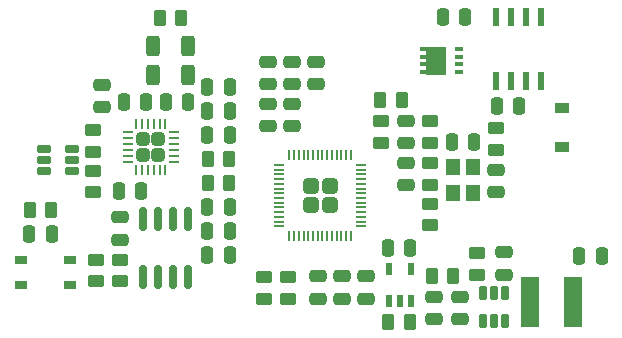
<source format=gtp>
%TF.GenerationSoftware,KiCad,Pcbnew,7.0.9-7.0.9~ubuntu22.04.1*%
%TF.CreationDate,2023-12-25T16:12:58+01:00*%
%TF.ProjectId,PD-LabSupply,50442d4c-6162-4537-9570-706c792e6b69,3.1*%
%TF.SameCoordinates,Original*%
%TF.FileFunction,Paste,Top*%
%TF.FilePolarity,Positive*%
%FSLAX46Y46*%
G04 Gerber Fmt 4.6, Leading zero omitted, Abs format (unit mm)*
G04 Created by KiCad (PCBNEW 7.0.9-7.0.9~ubuntu22.04.1) date 2023-12-25 16:12:58*
%MOMM*%
%LPD*%
G01*
G04 APERTURE LIST*
G04 Aperture macros list*
%AMRoundRect*
0 Rectangle with rounded corners*
0 $1 Rounding radius*
0 $2 $3 $4 $5 $6 $7 $8 $9 X,Y pos of 4 corners*
0 Add a 4 corners polygon primitive as box body*
4,1,4,$2,$3,$4,$5,$6,$7,$8,$9,$2,$3,0*
0 Add four circle primitives for the rounded corners*
1,1,$1+$1,$2,$3*
1,1,$1+$1,$4,$5*
1,1,$1+$1,$6,$7*
1,1,$1+$1,$8,$9*
0 Add four rect primitives between the rounded corners*
20,1,$1+$1,$2,$3,$4,$5,0*
20,1,$1+$1,$4,$5,$6,$7,0*
20,1,$1+$1,$6,$7,$8,$9,0*
20,1,$1+$1,$8,$9,$2,$3,0*%
G04 Aperture macros list end*
%ADD10RoundRect,0.250000X-0.450000X0.262500X-0.450000X-0.262500X0.450000X-0.262500X0.450000X0.262500X0*%
%ADD11RoundRect,0.250000X0.262500X0.450000X-0.262500X0.450000X-0.262500X-0.450000X0.262500X-0.450000X0*%
%ADD12R,1.200000X1.400000*%
%ADD13R,1.050000X0.650000*%
%ADD14RoundRect,0.250000X0.250000X0.475000X-0.250000X0.475000X-0.250000X-0.475000X0.250000X-0.475000X0*%
%ADD15RoundRect,0.250000X-0.250000X-0.475000X0.250000X-0.475000X0.250000X0.475000X-0.250000X0.475000X0*%
%ADD16RoundRect,0.250000X-0.262500X-0.450000X0.262500X-0.450000X0.262500X0.450000X-0.262500X0.450000X0*%
%ADD17RoundRect,0.250000X0.475000X-0.250000X0.475000X0.250000X-0.475000X0.250000X-0.475000X-0.250000X0*%
%ADD18R,1.200000X0.900000*%
%ADD19RoundRect,0.250000X-0.475000X0.250000X-0.475000X-0.250000X0.475000X-0.250000X0.475000X0.250000X0*%
%ADD20RoundRect,0.130000X0.470000X0.195000X-0.470000X0.195000X-0.470000X-0.195000X0.470000X-0.195000X0*%
%ADD21RoundRect,0.150000X0.150000X-0.825000X0.150000X0.825000X-0.150000X0.825000X-0.150000X-0.825000X0*%
%ADD22RoundRect,0.250000X0.450000X-0.262500X0.450000X0.262500X-0.450000X0.262500X-0.450000X-0.262500X0*%
%ADD23RoundRect,0.250000X0.312500X0.625000X-0.312500X0.625000X-0.312500X-0.625000X0.312500X-0.625000X0*%
%ADD24R,1.500000X4.200000*%
%ADD25RoundRect,0.130000X-0.195000X0.470000X-0.195000X-0.470000X0.195000X-0.470000X0.195000X0.470000X0*%
%ADD26RoundRect,0.250000X0.315000X0.315000X-0.315000X0.315000X-0.315000X-0.315000X0.315000X-0.315000X0*%
%ADD27RoundRect,0.062500X0.375000X0.062500X-0.375000X0.062500X-0.375000X-0.062500X0.375000X-0.062500X0*%
%ADD28RoundRect,0.062500X0.062500X0.375000X-0.062500X0.375000X-0.062500X-0.375000X0.062500X-0.375000X0*%
%ADD29R,0.600000X1.550000*%
%ADD30RoundRect,0.050000X0.050000X-0.387500X0.050000X0.387500X-0.050000X0.387500X-0.050000X-0.387500X0*%
%ADD31RoundRect,0.050000X0.387500X-0.050000X0.387500X0.050000X-0.387500X0.050000X-0.387500X-0.050000X0*%
%ADD32RoundRect,0.249999X0.395001X-0.395001X0.395001X0.395001X-0.395001X0.395001X-0.395001X-0.395001X0*%
%ADD33R,0.540000X0.420000*%
%ADD34R,1.710000X2.370000*%
%ADD35R,0.700000X0.420000*%
%ADD36R,0.508000X1.003300*%
G04 APERTURE END LIST*
D10*
X119215200Y-42850000D03*
X119215200Y-44675000D03*
D11*
X120940500Y-41021200D03*
X119115500Y-41021200D03*
D12*
X126974000Y-48903000D03*
X126974000Y-46703000D03*
X125274000Y-46703000D03*
X125274000Y-48903000D03*
D13*
X92850000Y-56752000D03*
X88700000Y-56752000D03*
X88700000Y-54602000D03*
X92850000Y-54602000D03*
D14*
X106373000Y-39929000D03*
X104473000Y-39929000D03*
D15*
X97413000Y-41231500D03*
X99313000Y-41231500D03*
D16*
X104510500Y-48057000D03*
X106335500Y-48057000D03*
D10*
X97092500Y-54574000D03*
X97092500Y-56399000D03*
D14*
X106373000Y-43993000D03*
X104473000Y-43993000D03*
D17*
X111614000Y-43272000D03*
X111614000Y-41372000D03*
D18*
X134506000Y-45008000D03*
X134506000Y-41708000D03*
D19*
X113646000Y-37816000D03*
X113646000Y-39716000D03*
D20*
X90634000Y-45202000D03*
X93034000Y-47102000D03*
X90634000Y-46152000D03*
X93034000Y-45202000D03*
X90634000Y-47102000D03*
X93034000Y-46152000D03*
D10*
X127292400Y-54002500D03*
X127292400Y-55827500D03*
D14*
X106373000Y-52121000D03*
X104473000Y-52121000D03*
X106373000Y-50089000D03*
X104473000Y-50089000D03*
D21*
X99041000Y-56038000D03*
X100311000Y-56038000D03*
X101581000Y-56038000D03*
X102851000Y-56038000D03*
X102851000Y-51088000D03*
X101581000Y-51088000D03*
X100311000Y-51088000D03*
X99041000Y-51088000D03*
D10*
X123298000Y-49845500D03*
X123298000Y-51670500D03*
D22*
X123298000Y-48241500D03*
X123298000Y-46416500D03*
D14*
X126287812Y-33989136D03*
X124387812Y-33989136D03*
D19*
X111614000Y-37816000D03*
X111614000Y-39716000D03*
D14*
X106373000Y-41961000D03*
X104473000Y-41961000D03*
D19*
X95549000Y-39741000D03*
X95549000Y-41641000D03*
D23*
X102821500Y-36500000D03*
X99896500Y-36500000D03*
D24*
X131820400Y-58115400D03*
X135420400Y-58115400D03*
D17*
X125844600Y-59609000D03*
X125844600Y-57709000D03*
X123685600Y-59609000D03*
X123685600Y-57709000D03*
D11*
X106335500Y-46025000D03*
X104510500Y-46025000D03*
D19*
X117945200Y-55971600D03*
X117945200Y-57871600D03*
D14*
X102869000Y-41231500D03*
X100969000Y-41231500D03*
D25*
X128765600Y-57398000D03*
X129715600Y-59798000D03*
X127815600Y-57398000D03*
X128765600Y-59798000D03*
X129715600Y-57398000D03*
X127815600Y-59798000D03*
D26*
X100325500Y-45679000D03*
X100325500Y-44379000D03*
X99025500Y-45679000D03*
X99025500Y-44379000D03*
D27*
X101613000Y-46279000D03*
X101613000Y-45779000D03*
X101613000Y-45279000D03*
X101613000Y-44779000D03*
X101613000Y-44279000D03*
X101613000Y-43779000D03*
D28*
X100925500Y-43091500D03*
X100425500Y-43091500D03*
X99925500Y-43091500D03*
X99425500Y-43091500D03*
X98925500Y-43091500D03*
X98425500Y-43091500D03*
D27*
X97738000Y-43779000D03*
X97738000Y-44279000D03*
X97738000Y-44779000D03*
X97738000Y-45279000D03*
X97738000Y-45779000D03*
X97738000Y-46279000D03*
D28*
X98425500Y-46966500D03*
X98925500Y-46966500D03*
X99425500Y-46966500D03*
X99925500Y-46966500D03*
X100425500Y-46966500D03*
X100925500Y-46966500D03*
D22*
X111265000Y-57859500D03*
X111265000Y-56034500D03*
D19*
X109582000Y-37816000D03*
X109582000Y-39716000D03*
D15*
X89410800Y-52425800D03*
X91310800Y-52425800D03*
D19*
X121266000Y-46379000D03*
X121266000Y-48279000D03*
D16*
X119775900Y-59817200D03*
X121600900Y-59817200D03*
D19*
X113830400Y-55971600D03*
X113830400Y-57871600D03*
D22*
X123330000Y-44675000D03*
X123330000Y-42850000D03*
D15*
X128984000Y-41560000D03*
X130884000Y-41560000D03*
D17*
X109582000Y-43272000D03*
X109582000Y-41372000D03*
D22*
X109233000Y-57859500D03*
X109233000Y-56034500D03*
D17*
X121266000Y-44723000D03*
X121266000Y-42823000D03*
D14*
X106373000Y-54153000D03*
X104473000Y-54153000D03*
D23*
X102821500Y-38913000D03*
X99896500Y-38913000D03*
D15*
X135969000Y-54280000D03*
X137869000Y-54280000D03*
D16*
X89448300Y-50393800D03*
X91273300Y-50393800D03*
D17*
X129578400Y-55854800D03*
X129578400Y-53954800D03*
D29*
X128886000Y-39434000D03*
X130156000Y-39434000D03*
X131426000Y-39434000D03*
X132696000Y-39434000D03*
X132696000Y-34034000D03*
X131426000Y-34034000D03*
X130156000Y-34034000D03*
X128886000Y-34034000D03*
D22*
X94755000Y-48866000D03*
X94755000Y-47041000D03*
D16*
X100446500Y-34087000D03*
X102271500Y-34087000D03*
D30*
X111418500Y-52582500D03*
X111818500Y-52582500D03*
X112218500Y-52582500D03*
X112618500Y-52582500D03*
X113018500Y-52582500D03*
X113418500Y-52582500D03*
X113818500Y-52582500D03*
X114218500Y-52582500D03*
X114618500Y-52582500D03*
X115018500Y-52582500D03*
X115418500Y-52582500D03*
X115818500Y-52582500D03*
X116218500Y-52582500D03*
X116618500Y-52582500D03*
D31*
X117456000Y-51745000D03*
X117456000Y-51345000D03*
X117456000Y-50945000D03*
X117456000Y-50545000D03*
X117456000Y-50145000D03*
X117456000Y-49745000D03*
X117456000Y-49345000D03*
X117456000Y-48945000D03*
X117456000Y-48545000D03*
X117456000Y-48145000D03*
X117456000Y-47745000D03*
X117456000Y-47345000D03*
X117456000Y-46945000D03*
X117456000Y-46545000D03*
D30*
X116618500Y-45707500D03*
X116218500Y-45707500D03*
X115818500Y-45707500D03*
X115418500Y-45707500D03*
X115018500Y-45707500D03*
X114618500Y-45707500D03*
X114218500Y-45707500D03*
X113818500Y-45707500D03*
X113418500Y-45707500D03*
X113018500Y-45707500D03*
X112618500Y-45707500D03*
X112218500Y-45707500D03*
X111818500Y-45707500D03*
X111418500Y-45707500D03*
D31*
X110581000Y-46545000D03*
X110581000Y-46945000D03*
X110581000Y-47345000D03*
X110581000Y-47745000D03*
X110581000Y-48145000D03*
X110581000Y-48545000D03*
X110581000Y-48945000D03*
X110581000Y-49345000D03*
X110581000Y-49745000D03*
X110581000Y-50145000D03*
X110581000Y-50545000D03*
X110581000Y-50945000D03*
X110581000Y-51345000D03*
X110581000Y-51745000D03*
D32*
X113218500Y-49945000D03*
X114818500Y-49945000D03*
X113218500Y-48345000D03*
X114818500Y-48345000D03*
D15*
X119763800Y-53568800D03*
X121663800Y-53568800D03*
D10*
X95060500Y-54574000D03*
X95060500Y-56399000D03*
D22*
X128918000Y-45286500D03*
X128918000Y-43461500D03*
D14*
X98854600Y-48717400D03*
X96954600Y-48717400D03*
D33*
X122739200Y-38684400D03*
X122739200Y-38034400D03*
D34*
X123864200Y-37709400D03*
D33*
X122739200Y-37384400D03*
X122739200Y-36734400D03*
D35*
X125819200Y-36734400D03*
X125819200Y-38684400D03*
X125819200Y-38034400D03*
X125819200Y-37384400D03*
D10*
X94755000Y-43588500D03*
X94755000Y-45413500D03*
D15*
X125174000Y-44628000D03*
X127074000Y-44628000D03*
D17*
X97092500Y-52880500D03*
X97092500Y-50980500D03*
D19*
X115862400Y-55971600D03*
X115862400Y-57871600D03*
D11*
X125283900Y-55931000D03*
X123458900Y-55931000D03*
D17*
X128918000Y-48880000D03*
X128918000Y-46980000D03*
D36*
X119839999Y-58070950D03*
X120790000Y-58070950D03*
X121740001Y-58070950D03*
X121740001Y-55365850D03*
X119839999Y-55365850D03*
M02*

</source>
